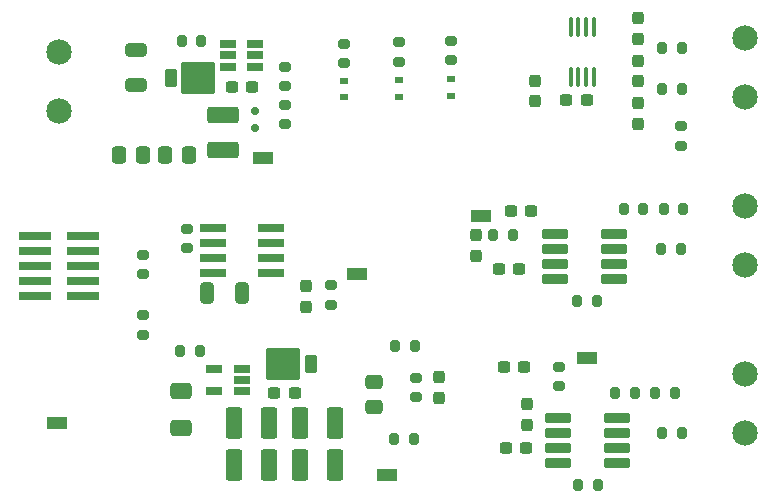
<source format=gbr>
%TF.GenerationSoftware,KiCad,Pcbnew,8.0.6*%
%TF.CreationDate,2024-11-16T21:14:38-08:00*%
%TF.ProjectId,CAN_adc,43414e5f-6164-4632-9e6b-696361645f70,rev?*%
%TF.SameCoordinates,Original*%
%TF.FileFunction,Soldermask,Top*%
%TF.FilePolarity,Negative*%
%FSLAX46Y46*%
G04 Gerber Fmt 4.6, Leading zero omitted, Abs format (unit mm)*
G04 Created by KiCad (PCBNEW 8.0.6) date 2024-11-16 21:14:38*
%MOMM*%
%LPD*%
G01*
G04 APERTURE LIST*
G04 Aperture macros list*
%AMRoundRect*
0 Rectangle with rounded corners*
0 $1 Rounding radius*
0 $2 $3 $4 $5 $6 $7 $8 $9 X,Y pos of 4 corners*
0 Add a 4 corners polygon primitive as box body*
4,1,4,$2,$3,$4,$5,$6,$7,$8,$9,$2,$3,0*
0 Add four circle primitives for the rounded corners*
1,1,$1+$1,$2,$3*
1,1,$1+$1,$4,$5*
1,1,$1+$1,$6,$7*
1,1,$1+$1,$8,$9*
0 Add four rect primitives between the rounded corners*
20,1,$1+$1,$2,$3,$4,$5,0*
20,1,$1+$1,$4,$5,$6,$7,0*
20,1,$1+$1,$6,$7,$8,$9,0*
20,1,$1+$1,$8,$9,$2,$3,0*%
G04 Aperture macros list end*
%ADD10RoundRect,0.250000X-0.325000X-0.650000X0.325000X-0.650000X0.325000X0.650000X-0.325000X0.650000X0*%
%ADD11RoundRect,0.100500X0.986500X0.301500X-0.986500X0.301500X-0.986500X-0.301500X0.986500X-0.301500X0*%
%ADD12RoundRect,0.100000X-0.100000X0.712500X-0.100000X-0.712500X0.100000X-0.712500X0.100000X0.712500X0*%
%ADD13RoundRect,0.102000X-1.335000X-1.270000X1.335000X-1.270000X1.335000X1.270000X-1.335000X1.270000X0*%
%ADD14RoundRect,0.102000X-0.381000X-0.635000X0.381000X-0.635000X0.381000X0.635000X-0.381000X0.635000X0*%
%ADD15RoundRect,0.102000X1.335000X1.270000X-1.335000X1.270000X-1.335000X-1.270000X1.335000X-1.270000X0*%
%ADD16RoundRect,0.102000X0.381000X0.635000X-0.381000X0.635000X-0.381000X-0.635000X0.381000X-0.635000X0*%
%ADD17RoundRect,0.102000X0.609600X0.254000X-0.609600X0.254000X-0.609600X-0.254000X0.609600X-0.254000X0*%
%ADD18RoundRect,0.102000X0.990600X0.266700X-0.990600X0.266700X-0.990600X-0.266700X0.990600X-0.266700X0*%
%ADD19R,1.800000X1.000000*%
%ADD20RoundRect,0.200000X0.200000X0.275000X-0.200000X0.275000X-0.200000X-0.275000X0.200000X-0.275000X0*%
%ADD21RoundRect,0.200000X-0.275000X0.200000X-0.275000X-0.200000X0.275000X-0.200000X0.275000X0.200000X0*%
%ADD22RoundRect,0.200000X0.275000X-0.200000X0.275000X0.200000X-0.275000X0.200000X-0.275000X-0.200000X0*%
%ADD23RoundRect,0.200000X-0.200000X-0.275000X0.200000X-0.275000X0.200000X0.275000X-0.200000X0.275000X0*%
%ADD24RoundRect,0.250001X-0.462499X-1.074999X0.462499X-1.074999X0.462499X1.074999X-0.462499X1.074999X0*%
%ADD25RoundRect,0.250001X-1.074999X0.462499X-1.074999X-0.462499X1.074999X-0.462499X1.074999X0.462499X0*%
%ADD26R,2.790000X0.740000*%
%ADD27C,2.154000*%
%ADD28R,0.800000X0.600000*%
%ADD29RoundRect,0.150000X0.200000X-0.150000X0.200000X0.150000X-0.200000X0.150000X-0.200000X-0.150000X0*%
%ADD30RoundRect,0.237500X0.300000X0.237500X-0.300000X0.237500X-0.300000X-0.237500X0.300000X-0.237500X0*%
%ADD31RoundRect,0.237500X-0.237500X0.300000X-0.237500X-0.300000X0.237500X-0.300000X0.237500X0.300000X0*%
%ADD32RoundRect,0.250000X0.475000X-0.337500X0.475000X0.337500X-0.475000X0.337500X-0.475000X-0.337500X0*%
%ADD33RoundRect,0.237500X-0.300000X-0.237500X0.300000X-0.237500X0.300000X0.237500X-0.300000X0.237500X0*%
%ADD34RoundRect,0.250000X-0.650000X0.412500X-0.650000X-0.412500X0.650000X-0.412500X0.650000X0.412500X0*%
%ADD35RoundRect,0.237500X0.237500X-0.300000X0.237500X0.300000X-0.237500X0.300000X-0.237500X-0.300000X0*%
%ADD36RoundRect,0.250000X0.337500X0.475000X-0.337500X0.475000X-0.337500X-0.475000X0.337500X-0.475000X0*%
%ADD37RoundRect,0.250000X-0.650000X0.325000X-0.650000X-0.325000X0.650000X-0.325000X0.650000X0.325000X0*%
G04 APERTURE END LIST*
D10*
%TO.C,C19*%
X89525000Y-78600000D03*
X92475000Y-78600000D03*
%TD*%
D11*
%TO.C,U11*%
X119030000Y-77405000D03*
X119030000Y-76135000D03*
X119030000Y-74865000D03*
X119030000Y-73595000D03*
X123970000Y-73595000D03*
X123970000Y-74865000D03*
X123970000Y-76135000D03*
X123970000Y-77405000D03*
%TD*%
D12*
%TO.C,U9*%
X122275000Y-56087500D03*
X121625000Y-56087500D03*
X120975000Y-56087500D03*
X120325000Y-56087500D03*
X120325000Y-60312500D03*
X120975000Y-60312500D03*
X121625000Y-60312500D03*
X122275000Y-60312500D03*
%TD*%
D11*
%TO.C,U7*%
X124215000Y-93005000D03*
X124215000Y-91735000D03*
X124215000Y-90465000D03*
X124215000Y-89195000D03*
X119275000Y-89195000D03*
X119275000Y-90465000D03*
X119275000Y-91735000D03*
X119275000Y-93005000D03*
%TD*%
D13*
%TO.C,U6*%
X95990000Y-84600000D03*
D14*
X98341000Y-84600000D03*
%TD*%
D15*
%TO.C,U5*%
X88800000Y-60400000D03*
D16*
X86449000Y-60400000D03*
%TD*%
D17*
%TO.C,U4*%
X92519200Y-86939800D03*
X92519200Y-86000000D03*
X92519200Y-85060200D03*
X90080800Y-85060200D03*
X90080800Y-86939800D03*
%TD*%
%TO.C,U3*%
X93593000Y-59450000D03*
X93593000Y-58500000D03*
X93593000Y-57550000D03*
X91307000Y-57550000D03*
X91307000Y-58500000D03*
X91307000Y-59450000D03*
%TD*%
D18*
%TO.C,U2*%
X94963800Y-76905000D03*
X94963800Y-75635000D03*
X94963800Y-74365000D03*
X94963800Y-73095000D03*
X90036200Y-73095000D03*
X90036200Y-74365000D03*
X90036200Y-75635000D03*
X90036200Y-76905000D03*
%TD*%
D19*
%TO.C,TP7*%
X112700000Y-72100000D03*
%TD*%
%TO.C,TP6*%
X121700000Y-84100000D03*
%TD*%
%TO.C,TP5*%
X76800000Y-89600000D03*
%TD*%
%TO.C,TP4*%
X102261800Y-77000000D03*
%TD*%
%TO.C,TP3*%
X104800000Y-94000000D03*
%TD*%
%TO.C,TP2*%
X94300000Y-67200000D03*
%TD*%
D20*
%TO.C,R32*%
X124800000Y-71500000D03*
X126450000Y-71500000D03*
%TD*%
%TO.C,R31*%
X120875000Y-79300000D03*
X122525000Y-79300000D03*
%TD*%
%TO.C,R30*%
X128200000Y-71500000D03*
X129850000Y-71500000D03*
%TD*%
%TO.C,R29*%
X127975000Y-74900000D03*
X129625000Y-74900000D03*
%TD*%
D21*
%TO.C,R27*%
X110200000Y-58925000D03*
X110200000Y-57275000D03*
%TD*%
D20*
%TO.C,R26*%
X113775000Y-73700000D03*
X115425000Y-73700000D03*
%TD*%
D21*
%TO.C,R25*%
X105800000Y-57375000D03*
X105800000Y-59025000D03*
%TD*%
%TO.C,R24*%
X101100000Y-57500000D03*
X101100000Y-59150000D03*
%TD*%
D22*
%TO.C,R23*%
X119300000Y-86525000D03*
X119300000Y-84875000D03*
%TD*%
D20*
%TO.C,R22*%
X125750000Y-87100000D03*
X124100000Y-87100000D03*
%TD*%
%TO.C,R21*%
X122625000Y-94900000D03*
X120975000Y-94900000D03*
%TD*%
%TO.C,R20*%
X129150000Y-87100000D03*
X127500000Y-87100000D03*
%TD*%
%TO.C,R19*%
X129725000Y-90500000D03*
X128075000Y-90500000D03*
%TD*%
D22*
%TO.C,R18*%
X129700000Y-66125000D03*
X129700000Y-64475000D03*
%TD*%
D20*
%TO.C,R17*%
X129725000Y-57900000D03*
X128075000Y-57900000D03*
%TD*%
%TO.C,R16*%
X129725000Y-61300000D03*
X128075000Y-61300000D03*
%TD*%
D22*
%TO.C,R11*%
X107200000Y-87425000D03*
X107200000Y-85775000D03*
%TD*%
D20*
%TO.C,R10*%
X107125000Y-83100000D03*
X105475000Y-83100000D03*
%TD*%
D23*
%TO.C,R9*%
X105375000Y-91000000D03*
X107025000Y-91000000D03*
%TD*%
%TO.C,R8*%
X87275000Y-83500000D03*
X88925000Y-83500000D03*
%TD*%
D21*
%TO.C,R7*%
X84100000Y-80475000D03*
X84100000Y-82125000D03*
%TD*%
%TO.C,R6*%
X100000000Y-77975000D03*
X100000000Y-79625000D03*
%TD*%
%TO.C,R5*%
X84100000Y-75375000D03*
X84100000Y-77025000D03*
%TD*%
%TO.C,R4*%
X87800000Y-73175000D03*
X87800000Y-74825000D03*
%TD*%
D22*
%TO.C,R3*%
X96100000Y-61125000D03*
X96100000Y-59475000D03*
%TD*%
%TO.C,R2*%
X96100000Y-62675000D03*
X96100000Y-64325000D03*
%TD*%
D20*
%TO.C,R1*%
X89025000Y-57300000D03*
X87375000Y-57300000D03*
%TD*%
D24*
%TO.C,L5*%
X97412500Y-89600000D03*
X100387500Y-89600000D03*
%TD*%
%TO.C,L4*%
X97412500Y-93200000D03*
X100387500Y-93200000D03*
%TD*%
%TO.C,L3*%
X91812500Y-93200000D03*
X94787500Y-93200000D03*
%TD*%
%TO.C,L2*%
X91812500Y-89600000D03*
X94787500Y-89600000D03*
%TD*%
D25*
%TO.C,L1*%
X90900000Y-63512500D03*
X90900000Y-66487500D03*
%TD*%
D26*
%TO.C,J5*%
X79035000Y-78840000D03*
X74965000Y-78840000D03*
X79035000Y-77570000D03*
X74965000Y-77570000D03*
X79035000Y-76300000D03*
X74965000Y-76300000D03*
X79035000Y-75030000D03*
X74965000Y-75030000D03*
X79035000Y-73760000D03*
X74965000Y-73760000D03*
%TD*%
D27*
%TO.C,J4*%
X135100000Y-90500000D03*
X135100000Y-85500000D03*
%TD*%
%TO.C,J3*%
X135100000Y-71250000D03*
X135100000Y-76250000D03*
%TD*%
%TO.C,J2*%
X135100000Y-57000000D03*
X135100000Y-62000000D03*
%TD*%
%TO.C,J1*%
X77000000Y-63200000D03*
X77000000Y-58200000D03*
%TD*%
D28*
%TO.C,D4*%
X110200000Y-61900000D03*
X110200000Y-60500000D03*
%TD*%
%TO.C,D3*%
X105800000Y-60600000D03*
X105800000Y-62000000D03*
%TD*%
%TO.C,D2*%
X101100000Y-60625000D03*
X101100000Y-62025000D03*
%TD*%
D29*
%TO.C,D1*%
X93600000Y-63200000D03*
X93600000Y-64600000D03*
%TD*%
D30*
%TO.C,C27*%
X115275000Y-71700000D03*
X117000000Y-71700000D03*
%TD*%
%TO.C,C26*%
X114237500Y-76600000D03*
X115962500Y-76600000D03*
%TD*%
D31*
%TO.C,C21*%
X112300000Y-75462500D03*
X112300000Y-73737500D03*
%TD*%
D30*
%TO.C,C18*%
X116362500Y-84900000D03*
X114637500Y-84900000D03*
%TD*%
D31*
%TO.C,C17*%
X116600000Y-88037500D03*
X116600000Y-89762500D03*
%TD*%
D30*
%TO.C,C16*%
X116562500Y-91700000D03*
X114837500Y-91700000D03*
%TD*%
D32*
%TO.C,C15*%
X103700000Y-86162500D03*
X103700000Y-88237500D03*
%TD*%
D33*
%TO.C,C14*%
X95237500Y-87100000D03*
X96962500Y-87100000D03*
%TD*%
D34*
%TO.C,C13*%
X87300000Y-86937500D03*
X87300000Y-90062500D03*
%TD*%
D31*
%TO.C,C12*%
X97900000Y-78037500D03*
X97900000Y-79762500D03*
%TD*%
D35*
%TO.C,C10*%
X126000000Y-64262500D03*
X126000000Y-62537500D03*
%TD*%
%TO.C,C9*%
X126000000Y-57062500D03*
X126000000Y-55337500D03*
%TD*%
%TO.C,C8*%
X126000000Y-60662500D03*
X126000000Y-58937500D03*
%TD*%
%TO.C,C7*%
X109200000Y-87462500D03*
X109200000Y-85737500D03*
%TD*%
D36*
%TO.C,C6*%
X84137500Y-66900000D03*
X82062500Y-66900000D03*
%TD*%
D35*
%TO.C,C5*%
X117300000Y-62362500D03*
X117300000Y-60637500D03*
%TD*%
D36*
%TO.C,C4*%
X88037500Y-66900000D03*
X85962500Y-66900000D03*
%TD*%
D30*
%TO.C,C3*%
X93355500Y-61200000D03*
X91630500Y-61200000D03*
%TD*%
%TO.C,C2*%
X121662500Y-62300000D03*
X119937500Y-62300000D03*
%TD*%
D37*
%TO.C,C1*%
X83500000Y-58025000D03*
X83500000Y-60975000D03*
%TD*%
M02*

</source>
